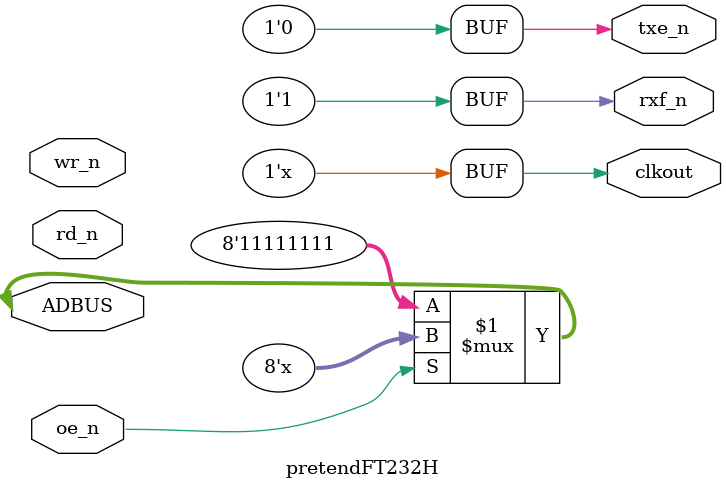
<source format=v>
`timescale 1 ps / 1 ps

module pretendFT232H(
	inout [7:0] ADBUS,
	output reg rxf_n,
	output reg txe_n,
	output reg clkout,
	input rd_n,
	input wr_n,
	input oe_n
);

	assign ADBUS = oe_n ? 8'bZ : 8'hFF;
	initial begin
		rxf_n = 1;
		txe_n = 0;
		clkout = 0;
		#475000 txe_n = 1;
		#50000 txe_n = 0;
	end
	
	always begin
		#8333 clkout = ~clkout;
	end
endmodule

</source>
